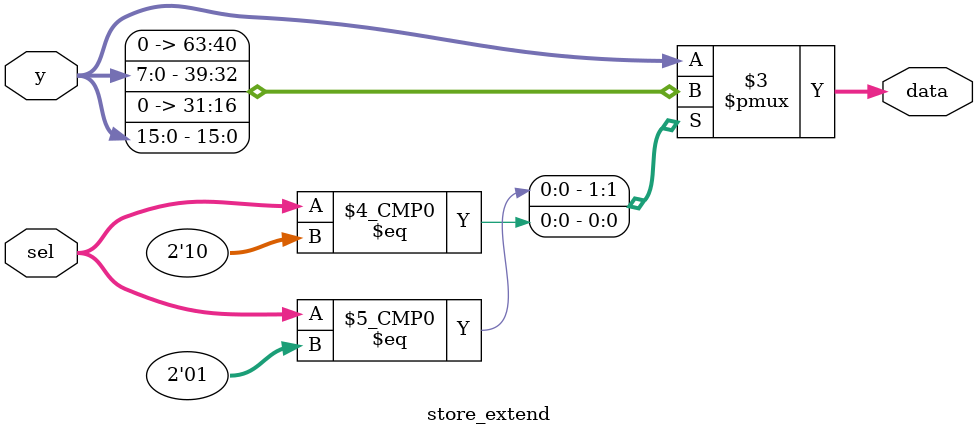
<source format=sv>


module store_extend (
    input   [31:0] y,
    input   [1:0] sel,
    output logic [31:0] data
);

always @(*) begin
    case(sel)
        2'b00: data = y;
        2'b01: data = {24'b0, y[7:0]};
        2'b10: data = {16'b0, y[15:0]};
        default: data = y;
    endcase
end

endmodule

</source>
